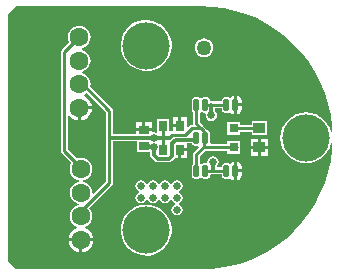
<source format=gbl>
G04 Layer_Physical_Order=2*
G04 Layer_Color=16711680*
%FSLAX25Y25*%
%MOIN*%
G70*
G01*
G75*
%ADD11C,0.01200*%
%ADD12C,0.01000*%
%ADD13C,0.06300*%
%ADD14C,0.15748*%
%ADD15C,0.05000*%
%ADD16C,0.02500*%
%ADD17R,0.02756X0.03543*%
%ADD18R,0.03543X0.02756*%
%ADD19R,0.03150X0.03150*%
%ADD20R,0.03937X0.03543*%
G04:AMPARAMS|DCode=21|XSize=20mil|YSize=40mil|CornerRadius=5mil|HoleSize=0mil|Usage=FLASHONLY|Rotation=180.000|XOffset=0mil|YOffset=0mil|HoleType=Round|Shape=RoundedRectangle|*
%AMROUNDEDRECTD21*
21,1,0.02000,0.03000,0,0,180.0*
21,1,0.01000,0.04000,0,0,180.0*
1,1,0.01000,-0.00500,0.01500*
1,1,0.01000,0.00500,0.01500*
1,1,0.01000,0.00500,-0.01500*
1,1,0.01000,-0.00500,-0.01500*
%
%ADD21ROUNDEDRECTD21*%
G36*
X376825Y298725D02*
X380622Y298225D01*
X384360Y297396D01*
X388012Y296245D01*
X391549Y294779D01*
X394946Y293011D01*
X398175Y290954D01*
X401213Y288623D01*
X404036Y286036D01*
X406623Y283213D01*
X408954Y280175D01*
X411011Y276946D01*
X412780Y273550D01*
X414245Y270012D01*
X415396Y266360D01*
X416225Y262622D01*
X416725Y258825D01*
X416810Y256872D01*
X416313Y256787D01*
X415867Y258259D01*
X415080Y259731D01*
X414021Y261021D01*
X412731Y262080D01*
X411259Y262867D01*
X409661Y263351D01*
X408000Y263515D01*
X406339Y263351D01*
X404741Y262867D01*
X403269Y262080D01*
X401979Y261021D01*
X400920Y259731D01*
X400133Y258259D01*
X399649Y256661D01*
X399485Y255000D01*
X399649Y253339D01*
X400133Y251741D01*
X400920Y250269D01*
X401979Y248979D01*
X403269Y247920D01*
X404741Y247133D01*
X406339Y246649D01*
X408000Y246485D01*
X409661Y246649D01*
X411259Y247133D01*
X412731Y247920D01*
X414021Y248979D01*
X415080Y250269D01*
X415867Y251741D01*
X416313Y253213D01*
X416810Y253128D01*
X416725Y251175D01*
X416225Y247378D01*
X415396Y243640D01*
X414245Y239988D01*
X412780Y236451D01*
X411011Y233054D01*
X408954Y229825D01*
X406623Y226787D01*
X404036Y223964D01*
X401213Y221377D01*
X398175Y219046D01*
X394946Y216989D01*
X391549Y215220D01*
X388012Y213755D01*
X384360Y212604D01*
X380622Y211775D01*
X376825Y211275D01*
X373471Y211129D01*
X373468Y211130D01*
X373000Y211224D01*
X311507D01*
X308723Y214007D01*
Y295993D01*
X311504Y298774D01*
X372503D01*
X372971Y298867D01*
X373008Y298891D01*
X376825Y298725D01*
D02*
G37*
%LPC*%
G36*
X392000Y251350D02*
X389531D01*
Y249079D01*
X392000D01*
Y251350D01*
D02*
G37*
G36*
X368378Y250500D02*
X366500D01*
Y248228D01*
X368378D01*
Y250500D01*
D02*
G37*
G36*
X395468Y251350D02*
X393000D01*
Y249079D01*
X395468D01*
Y251350D01*
D02*
G37*
G36*
Y254622D02*
X393000D01*
Y252350D01*
X395468D01*
Y254622D01*
D02*
G37*
G36*
X392000D02*
X389531D01*
Y252350D01*
X392000D01*
Y254622D01*
D02*
G37*
G36*
X385000Y247029D02*
D01*
Y244500D01*
X386529D01*
Y245500D01*
X386413Y246085D01*
X386081Y246581D01*
X385585Y246913D01*
X385000Y247029D01*
D02*
G37*
G36*
X332500Y220500D02*
X328880D01*
X328957Y219917D01*
X329375Y218907D01*
X330040Y218040D01*
X330907Y217375D01*
X331917Y216957D01*
X332500Y216880D01*
Y220500D01*
D02*
G37*
G36*
X354193Y232753D02*
X352546Y232481D01*
X350984Y231893D01*
X349566Y231012D01*
X348348Y229870D01*
X347376Y228514D01*
X346687Y226993D01*
X346308Y225367D01*
X346253Y223699D01*
X346525Y222052D01*
X347113Y220490D01*
X347995Y219073D01*
X349136Y217854D01*
X350493Y216882D01*
X352013Y216193D01*
X353639Y215814D01*
X355307Y215759D01*
X356954Y216031D01*
X358516Y216619D01*
X359934Y217501D01*
X361152Y218642D01*
X362124Y219999D01*
X362813Y221519D01*
X363192Y223145D01*
X363247Y224813D01*
X362975Y226460D01*
X362387Y228022D01*
X361505Y229440D01*
X360364Y230658D01*
X359008Y231630D01*
X357487Y232319D01*
X355861Y232698D01*
X354193Y232753D01*
D02*
G37*
G36*
X337120Y220500D02*
X333500D01*
Y216880D01*
X334083Y216957D01*
X335093Y217375D01*
X335960Y218040D01*
X336625Y218907D01*
X337043Y219917D01*
X337120Y220500D01*
D02*
G37*
G36*
X386529Y243500D02*
X385000D01*
Y240971D01*
X385585Y241087D01*
X386081Y241419D01*
X386413Y241915D01*
X386529Y242500D01*
Y243500D01*
D02*
G37*
G36*
X365000Y240886D02*
X364278Y240743D01*
X363666Y240334D01*
X363257Y239722D01*
X363255Y239710D01*
X362745D01*
X362743Y239722D01*
X362334Y240334D01*
X361722Y240743D01*
X361000Y240886D01*
X360278Y240743D01*
X359666Y240334D01*
X359257Y239722D01*
X359255Y239710D01*
X358745D01*
X358743Y239722D01*
X358334Y240334D01*
X357722Y240743D01*
X357000Y240886D01*
X356278Y240743D01*
X355666Y240334D01*
X355257Y239722D01*
X355255Y239710D01*
X354745D01*
X354743Y239722D01*
X354334Y240334D01*
X353722Y240743D01*
X353000Y240886D01*
X352278Y240743D01*
X351666Y240334D01*
X351257Y239722D01*
X351114Y239000D01*
X351257Y238278D01*
X351666Y237666D01*
X352278Y237257D01*
X352290Y237255D01*
Y236745D01*
X352278Y236743D01*
X351666Y236334D01*
X351257Y235722D01*
X351114Y235000D01*
X351257Y234278D01*
X351666Y233666D01*
X352278Y233257D01*
X353000Y233114D01*
X353722Y233257D01*
X354334Y233666D01*
X354743Y234278D01*
X354745Y234290D01*
X355255D01*
X355257Y234278D01*
X355666Y233666D01*
X356278Y233257D01*
X357000Y233114D01*
X357722Y233257D01*
X358334Y233666D01*
X358743Y234278D01*
X358745Y234290D01*
X359255D01*
X359257Y234278D01*
X359666Y233666D01*
X360278Y233257D01*
X361000Y233114D01*
X361722Y233257D01*
X362334Y233666D01*
X362743Y234278D01*
X362745Y234290D01*
X363255D01*
X363257Y234278D01*
X363666Y233666D01*
X364278Y233257D01*
X364290Y233255D01*
Y232745D01*
X364278Y232743D01*
X363666Y232334D01*
X363257Y231722D01*
X363114Y231000D01*
X363257Y230278D01*
X363666Y229666D01*
X364278Y229257D01*
X365000Y229114D01*
X365722Y229257D01*
X366334Y229666D01*
X366743Y230278D01*
X366886Y231000D01*
X366743Y231722D01*
X366334Y232334D01*
X365722Y232743D01*
X365710Y232745D01*
Y233255D01*
X365722Y233257D01*
X366334Y233666D01*
X366743Y234278D01*
X366886Y235000D01*
X366743Y235722D01*
X366334Y236334D01*
X365722Y236743D01*
X365710Y236745D01*
Y237255D01*
X365722Y237257D01*
X366334Y237666D01*
X366743Y238278D01*
X366886Y239000D01*
X366743Y239722D01*
X366334Y240334D01*
X365722Y240743D01*
X365000Y240886D01*
D02*
G37*
G36*
X385000Y269029D02*
D01*
Y266500D01*
X386529D01*
Y267500D01*
X386413Y268085D01*
X386081Y268581D01*
X385585Y268913D01*
X385000Y269029D01*
D02*
G37*
G36*
X355307Y294241D02*
X353639Y294186D01*
X352013Y293807D01*
X350493Y293118D01*
X349136Y292146D01*
X347995Y290928D01*
X347113Y289510D01*
X346525Y287948D01*
X346253Y286301D01*
X346308Y284632D01*
X346687Y283007D01*
X347376Y281486D01*
X348348Y280130D01*
X349566Y278989D01*
X350984Y278107D01*
X352546Y277519D01*
X354193Y277247D01*
X355861Y277302D01*
X357487Y277681D01*
X359008Y278370D01*
X360364Y279342D01*
X361505Y280560D01*
X362387Y281978D01*
X362975Y283540D01*
X363247Y285187D01*
X363192Y286855D01*
X362813Y288481D01*
X362124Y290001D01*
X361152Y291358D01*
X359934Y292499D01*
X358516Y293381D01*
X356954Y293969D01*
X355307Y294241D01*
D02*
G37*
G36*
X386529Y265500D02*
X385000D01*
Y262971D01*
X385585Y263087D01*
X386081Y263419D01*
X386413Y263915D01*
X386529Y264500D01*
Y265500D01*
D02*
G37*
G36*
X332500Y292404D02*
X331521Y292276D01*
X330609Y291898D01*
X329825Y291297D01*
X329224Y290513D01*
X328847Y289601D01*
X328718Y288622D01*
X328847Y287643D01*
X329165Y286873D01*
X326707Y284415D01*
X326464Y284051D01*
X326378Y283622D01*
X326378Y283622D01*
Y250748D01*
X326378Y250748D01*
X326464Y250319D01*
X326707Y249955D01*
X329909Y246753D01*
X329724Y246513D01*
X329346Y245601D01*
X329218Y244622D01*
X329346Y243643D01*
X329724Y242731D01*
X330326Y241948D01*
X331109Y241346D01*
X332021Y240968D01*
X332259Y240937D01*
Y240433D01*
X332021Y240402D01*
X331109Y240024D01*
X330326Y239422D01*
X329724Y238639D01*
X329346Y237727D01*
X329218Y236748D01*
X329346Y235769D01*
X329724Y234857D01*
X330326Y234073D01*
X331109Y233472D01*
X332021Y233095D01*
X332259Y233063D01*
Y232559D01*
X332021Y232527D01*
X331109Y232150D01*
X330326Y231549D01*
X329724Y230765D01*
X329346Y229853D01*
X329218Y228874D01*
X329346Y227895D01*
X329724Y226983D01*
X330326Y226200D01*
X331109Y225598D01*
X331530Y225424D01*
Y224883D01*
X330907Y224625D01*
X330040Y223960D01*
X329375Y223093D01*
X328957Y222083D01*
X328880Y221500D01*
X333000D01*
X337120D01*
X337043Y222083D01*
X336625Y223093D01*
X335960Y223960D01*
X335093Y224625D01*
X334470Y224883D01*
Y225424D01*
X334891Y225598D01*
X335675Y226200D01*
X336276Y226983D01*
X336653Y227895D01*
X336782Y228874D01*
X336653Y229853D01*
X336276Y230765D01*
X335675Y231549D01*
X335672Y231586D01*
X343293Y239207D01*
X343293Y239207D01*
X343536Y239571D01*
X343622Y240000D01*
X343621Y240000D01*
Y253777D01*
X351628D01*
Y250266D01*
X356037D01*
Y249381D01*
X356130Y248913D01*
X356395Y248516D01*
X357748Y247163D01*
X358145Y246898D01*
X358613Y246805D01*
X362363D01*
X362831Y246898D01*
X363228Y247163D01*
X364200Y248135D01*
X364263Y248228D01*
X365500D01*
Y251000D01*
X366000D01*
Y251500D01*
X368378D01*
Y253142D01*
X369950D01*
X369964Y253071D01*
X370207Y252707D01*
X370571Y252464D01*
X371000Y252379D01*
X372000D01*
X372106Y252400D01*
X372353Y251939D01*
X370707Y250293D01*
X370464Y249929D01*
X370378Y249500D01*
X370378Y249500D01*
Y246408D01*
X370207Y246293D01*
X369964Y245929D01*
X369879Y245500D01*
Y242500D01*
X369964Y242071D01*
X370207Y241707D01*
X370571Y241464D01*
X371000Y241378D01*
X372000D01*
X372429Y241464D01*
X372793Y241707D01*
X373207D01*
X373571Y241464D01*
X374000Y241378D01*
X375000D01*
X375429Y241464D01*
X375793Y241707D01*
X376036Y242071D01*
X376121Y242500D01*
Y242588D01*
X376622Y242852D01*
X377000Y242776D01*
X377468Y242870D01*
X377481Y242879D01*
X379878D01*
Y242500D01*
X379964Y242071D01*
X380207Y241707D01*
X380571Y241464D01*
X381000Y241378D01*
X382000D01*
X382429Y241464D01*
X382747Y241676D01*
X382919Y241419D01*
X383415Y241087D01*
X384000Y240971D01*
D01*
Y244000D01*
Y247029D01*
X383415Y246913D01*
X382919Y246581D01*
X382747Y246324D01*
X382429Y246536D01*
X382000Y246621D01*
X381000D01*
X380571Y246536D01*
X380207Y246293D01*
X379964Y245929D01*
X379878Y245500D01*
Y245122D01*
X378223D01*
Y245593D01*
X378334Y245666D01*
X378743Y246278D01*
X378886Y247000D01*
X378743Y247722D01*
X378334Y248334D01*
X377722Y248743D01*
X377000Y248886D01*
X376278Y248743D01*
X375666Y248334D01*
X375257Y247722D01*
X375114Y247000D01*
X374679Y246621D01*
X374000D01*
X373571Y246536D01*
X373207Y246293D01*
X373074D01*
X372621Y246722D01*
Y249035D01*
X374315Y250729D01*
X381825D01*
Y249676D01*
X386175D01*
Y254025D01*
X381825D01*
Y252972D01*
X376526D01*
X376116Y253472D01*
X376121Y253500D01*
Y256500D01*
X376036Y256929D01*
X375793Y257293D01*
X375429Y257536D01*
X375034Y257615D01*
X374793Y257975D01*
X374793Y257975D01*
X373775Y258993D01*
X373775Y258993D01*
X372621Y260146D01*
Y263270D01*
X373094Y263659D01*
X373337Y263620D01*
X373571Y263464D01*
X374000Y263379D01*
X374306D01*
X374689Y262878D01*
X374614Y262500D01*
X374757Y261778D01*
X375166Y261166D01*
X375778Y260757D01*
X376500Y260614D01*
X377222Y260757D01*
X377834Y261166D01*
X378243Y261778D01*
X378386Y262500D01*
X378243Y263222D01*
X377834Y263834D01*
X377724Y263907D01*
Y264879D01*
X379878D01*
Y264500D01*
X379964Y264071D01*
X380207Y263707D01*
X380571Y263464D01*
X381000Y263379D01*
X382000D01*
X382429Y263464D01*
X382747Y263676D01*
X382919Y263419D01*
X383415Y263087D01*
X384000Y262971D01*
D01*
Y266000D01*
Y269029D01*
X383415Y268913D01*
X382919Y268581D01*
X382747Y268324D01*
X382429Y268536D01*
X382000Y268621D01*
X381000D01*
X380571Y268536D01*
X380207Y268293D01*
X379964Y267929D01*
X379878Y267500D01*
Y267122D01*
X376981D01*
X376968Y267130D01*
X376500Y267224D01*
X376467Y267217D01*
X376121Y267500D01*
X376036Y267929D01*
X375793Y268293D01*
X375429Y268536D01*
X375000Y268621D01*
X374000D01*
X373571Y268536D01*
X373337Y268380D01*
X373000Y268326D01*
X372663Y268380D01*
X372429Y268536D01*
X372000Y268621D01*
X371000D01*
X370571Y268536D01*
X370207Y268293D01*
X369964Y267929D01*
X369879Y267500D01*
Y264500D01*
X369964Y264071D01*
X370207Y263707D01*
X370378Y263592D01*
Y259682D01*
X370378Y259682D01*
X370083Y259321D01*
X369937D01*
X369508Y259236D01*
X369144Y258993D01*
X369144Y258993D01*
X368840Y258689D01*
X368378Y258880D01*
Y261772D01*
X366500D01*
Y259000D01*
X366000D01*
Y258500D01*
X363622D01*
Y257633D01*
X363459Y257187D01*
X363029Y257101D01*
X362966Y257059D01*
X362466Y257327D01*
Y261372D01*
X358510D01*
Y257018D01*
X358022Y256743D01*
X358010Y256745D01*
X357300Y256886D01*
X357158Y256858D01*
X356772Y257175D01*
Y257256D01*
X351228D01*
Y256224D01*
X343621D01*
Y264000D01*
X343622Y264000D01*
X343536Y264429D01*
X343293Y264793D01*
X343293Y264793D01*
X336158Y271928D01*
X336282Y272874D01*
X336154Y273853D01*
X335776Y274765D01*
X335174Y275549D01*
X334391Y276150D01*
X333479Y276528D01*
X333241Y276559D01*
Y277063D01*
X333479Y277095D01*
X334391Y277472D01*
X335174Y278074D01*
X335776Y278857D01*
X336154Y279769D01*
X336282Y280748D01*
X336154Y281727D01*
X335776Y282639D01*
X335174Y283422D01*
X334391Y284024D01*
X333479Y284401D01*
X333241Y284433D01*
Y284937D01*
X333479Y284968D01*
X334391Y285346D01*
X335174Y285947D01*
X335776Y286731D01*
X336154Y287643D01*
X336282Y288622D01*
X336154Y289601D01*
X335776Y290513D01*
X335174Y291297D01*
X334391Y291898D01*
X333479Y292276D01*
X332500Y292404D01*
D02*
G37*
G36*
X365500Y261772D02*
X363622D01*
Y259500D01*
X365500D01*
Y261772D01*
D02*
G37*
G36*
X353500Y260134D02*
X351228D01*
Y258256D01*
X353500D01*
Y260134D01*
D02*
G37*
G36*
X374000Y288127D02*
X373191Y288020D01*
X372437Y287708D01*
X371789Y287211D01*
X371292Y286563D01*
X370980Y285809D01*
X370873Y285000D01*
X370980Y284191D01*
X371292Y283437D01*
X371789Y282789D01*
X372437Y282292D01*
X373191Y281980D01*
X374000Y281873D01*
X374809Y281980D01*
X375563Y282292D01*
X376211Y282789D01*
X376708Y283437D01*
X377020Y284191D01*
X377127Y285000D01*
X377020Y285809D01*
X376708Y286563D01*
X376211Y287211D01*
X375563Y287708D01*
X374809Y288020D01*
X374000Y288127D01*
D02*
G37*
G36*
X395069Y260521D02*
X389932D01*
Y259271D01*
X386175D01*
Y260324D01*
X381825D01*
Y255975D01*
X386175D01*
Y257028D01*
X389932D01*
Y255778D01*
X395069D01*
Y260521D01*
D02*
G37*
G36*
X356772Y260134D02*
X354500D01*
Y258256D01*
X356772D01*
Y260134D01*
D02*
G37*
%LPD*%
G36*
X341378Y263535D02*
Y255500D01*
X341378Y255500D01*
X341378Y255500D01*
Y240465D01*
X337230Y236316D01*
X336756Y236549D01*
X336782Y236748D01*
X336653Y237727D01*
X336276Y238639D01*
X335675Y239422D01*
X334891Y240024D01*
X333979Y240402D01*
X333741Y240433D01*
Y240937D01*
X333979Y240968D01*
X334891Y241346D01*
X335675Y241948D01*
X336276Y242731D01*
X336653Y243643D01*
X336782Y244622D01*
X336653Y245601D01*
X336276Y246513D01*
X335675Y247297D01*
X334891Y247898D01*
X333979Y248275D01*
X333000Y248404D01*
X332021Y248275D01*
X331694Y248140D01*
X328622Y251213D01*
Y262416D01*
X329121Y262586D01*
X329540Y262040D01*
X330407Y261375D01*
X331417Y260957D01*
X332000Y260880D01*
Y265000D01*
X332500D01*
Y265500D01*
X336620D01*
X336543Y266083D01*
X336125Y267093D01*
X335460Y267960D01*
X334593Y268625D01*
X333970Y268883D01*
Y269424D01*
X334391Y269598D01*
X334914Y270000D01*
X341378Y263535D01*
D02*
G37*
%LPC*%
G36*
X336620Y264500D02*
X333000D01*
Y260880D01*
X333583Y260957D01*
X334593Y261375D01*
X335460Y262040D01*
X336125Y262907D01*
X336543Y263917D01*
X336620Y264500D01*
D02*
G37*
%LPD*%
D11*
X357260Y249381D02*
Y251900D01*
X355856D02*
X357260D01*
X355256Y252500D02*
X355856Y251900D01*
X363335Y249000D02*
Y253182D01*
X364519Y254365D01*
X370365D01*
X357260Y249381D02*
X358613Y248028D01*
X343000Y255000D02*
X362393D01*
X362363Y248028D02*
X363335Y249000D01*
X370365Y254365D02*
X371000Y255000D01*
X377000Y244000D02*
Y247000D01*
X376500Y262500D02*
Y266000D01*
X358613Y248028D02*
X362363D01*
D12*
X360488Y252244D02*
Y257756D01*
X360000Y251756D02*
X360488Y252244D01*
X332500Y230000D02*
X342500Y240000D01*
Y255500D01*
X333626Y272874D02*
X342500Y264000D01*
X332500Y272874D02*
X333626D01*
X371500Y259682D02*
Y266000D01*
X392000Y258150D02*
X393000D01*
X392000Y258150D02*
X392000Y258150D01*
X385000Y258150D02*
X392000D01*
X374000Y252000D02*
X374150Y251850D01*
X385000D01*
X371500Y249500D02*
X374000Y252000D01*
X371500Y244000D02*
Y249500D01*
X327500Y250748D02*
X332500Y245748D01*
X327500Y250748D02*
Y283622D01*
X332500Y288622D01*
X374000Y252000D02*
Y257182D01*
X372982Y258200D02*
X374000Y257182D01*
X369937Y258200D02*
X372982D01*
X371500Y259682D02*
X372982Y258200D01*
X374500Y244000D02*
X377000D01*
X381500D01*
X374500Y266000D02*
X376500D01*
X381500D01*
X362393Y255000D02*
X363459Y256065D01*
X367803D01*
X369937Y258200D01*
X342500Y255500D02*
Y264000D01*
Y255500D02*
X343000Y255000D01*
D13*
X333000Y221000D02*
D03*
Y228874D02*
D03*
Y236748D02*
D03*
Y244622D02*
D03*
X332500Y265000D02*
D03*
Y272874D02*
D03*
Y280748D02*
D03*
Y288622D02*
D03*
D14*
X408000Y255000D02*
D03*
X354750Y285744D02*
D03*
Y224256D02*
D03*
D15*
X374000Y285000D02*
D03*
D16*
X357300Y255000D02*
D03*
X357260Y251900D02*
D03*
X331000Y252000D02*
D03*
X335000D02*
D03*
X339000D02*
D03*
X361000Y271000D02*
D03*
X357000D02*
D03*
X353000D02*
D03*
Y275000D02*
D03*
X357000D02*
D03*
X361000D02*
D03*
X375000Y214000D02*
D03*
X371000D02*
D03*
X367000D02*
D03*
X363000D02*
D03*
X359000D02*
D03*
X355000D02*
D03*
X351000D02*
D03*
X347000D02*
D03*
X343000D02*
D03*
X331000Y258000D02*
D03*
X339000D02*
D03*
X335000D02*
D03*
X365000Y279000D02*
D03*
Y271000D02*
D03*
Y275000D02*
D03*
X343000Y296000D02*
D03*
X347000D02*
D03*
X351000D02*
D03*
X355000D02*
D03*
X359000D02*
D03*
X363000D02*
D03*
X367000D02*
D03*
X371000D02*
D03*
X375000D02*
D03*
X363000Y218000D02*
D03*
X367000D02*
D03*
X371000D02*
D03*
X375000D02*
D03*
Y292000D02*
D03*
X371000D02*
D03*
X367000D02*
D03*
X363000D02*
D03*
X365000Y235000D02*
D03*
Y239000D02*
D03*
Y231000D02*
D03*
X361000Y235000D02*
D03*
X357000D02*
D03*
X353000D02*
D03*
Y239000D02*
D03*
X357000D02*
D03*
X361000D02*
D03*
X377000Y247000D02*
D03*
X376500Y262500D02*
D03*
D17*
X366000Y251000D02*
D03*
X360488D02*
D03*
X360488Y259000D02*
D03*
X366000D02*
D03*
D18*
X354000Y252244D02*
D03*
Y257756D02*
D03*
D19*
X384000Y258150D02*
D03*
Y251850D02*
D03*
D20*
X392500D02*
D03*
Y258150D02*
D03*
D21*
X374500Y255000D02*
D03*
X371500D02*
D03*
Y266000D02*
D03*
X374500D02*
D03*
X384500D02*
D03*
X381500D02*
D03*
X371500Y244000D02*
D03*
X374500D02*
D03*
X384500D02*
D03*
X381500D02*
D03*
M02*

</source>
